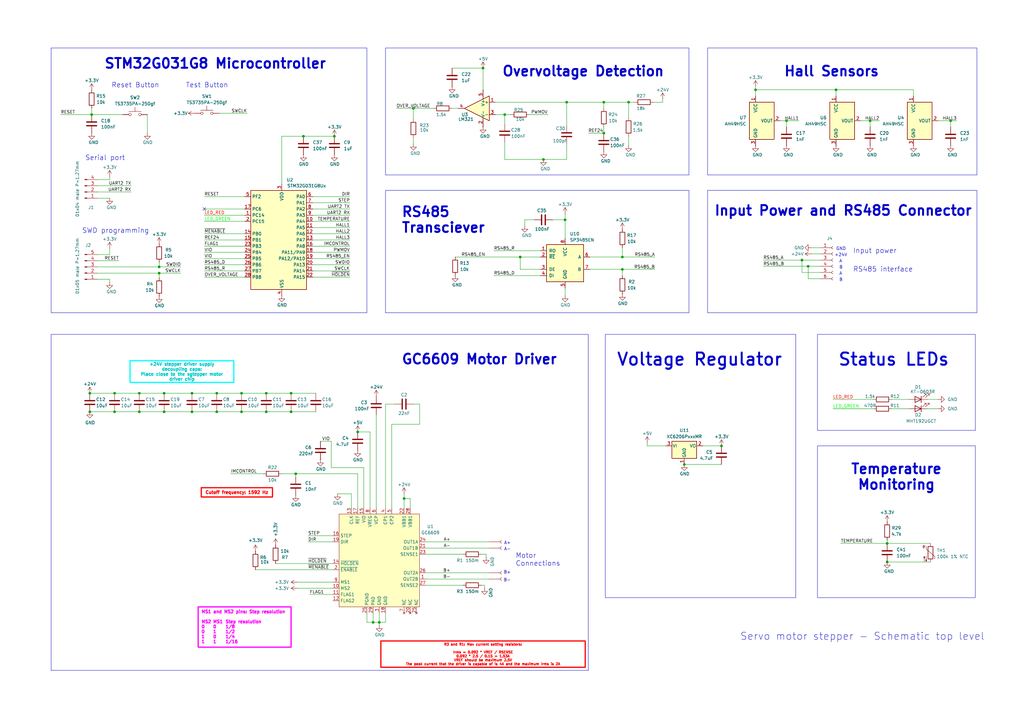
<source format=kicad_sch>
(kicad_sch (version 20231120) (generator "eeschema") (generator_version "8.0")
  (paper "A3")
  (title_block (title "Servo motor stepper M3 - Schematic top level") (date "2024-10-15") (rev "V11RC1"))
  (junction (at 165.735 204.47))
  (junction (at 57.15 161.29))
  (junction (at 37.592 46.99))
  (junction (at 119.38 168.91))
  (junction (at 46.99 161.29))
  (junction (at 389.89 49.53))
  (junction (at 213.36 105.41))
  (junction (at 65.278 112.014))
  (junction (at 169.545 44.45))
  (junction (at 124.46 55.88))
  (junction (at 65.278 109.474))
  (junction (at 67.31 161.29))
  (junction (at 247.65 41.91))
  (junction (at 255.27 110.49))
  (junction (at 46.99 168.91))
  (junction (at 67.31 168.91))
  (junction (at 232.41 41.91))
  (junction (at 137.16 55.88))
  (junction (at 198.12 27.94))
  (junction (at 363.855 230.505))
  (junction (at 99.06 168.91))
  (junction (at 295.91 182.88))
  (junction (at 109.22 161.29))
  (junction (at 119.38 161.29))
  (junction (at 78.74 161.29))
  (junction (at 36.83 168.91))
  (junction (at 99.06 161.29))
  (junction (at 121.285 194.31))
  (junction (at 309.88 36.83))
  (junction (at 322.58 49.53))
  (junction (at 222.885 65.405))
  (junction (at 57.15 168.91))
  (junction (at 257.81 41.91))
  (junction (at 363.855 222.885))
  (junction (at 342.9 36.83))
  (junction (at 247.65 54.61))
  (junction (at 231.775 90.17))
  (junction (at 155.575 255.27))
  (junction (at 331.47 109.22))
  (junction (at 255.27 105.41))
  (junction (at 36.83 161.29))
  (junction (at 146.685 177.165))
  (junction (at 88.9 168.91))
  (junction (at 109.22 168.91))
  (junction (at 88.9 161.29))
  (junction (at 78.74 168.91))
  (junction (at 328.93 106.68))
  (junction (at 153.035 255.27))
  (junction (at 356.87 49.53))
  (junction (at 207.01 46.99))
  (junction (at 280.67 190.5))
  (no_connect (at 83.82 85.725))
  (wire (pts (xy 172.085 165.735) (xy 169.545 165.735)))
  (wire (pts (xy 320.04 49.53) (xy 322.58 49.53)))
  (wire (pts (xy 271.78 41.91) (xy 267.97 41.91)))
  (wire (pts (xy 99.06 161.29) (xy 109.22 161.29)))
  (wire (pts (xy 186.69 105.41) (xy 213.36 105.41)))
  (wire (pts (xy 162.56 44.45) (xy 169.545 44.45)))
  (wire (pts (xy 380.365 163.83) (xy 384.81 163.83)))
  (wire (pts (xy 39.878 109.474) (xy 65.278 109.474)))
  (wire (pts (xy 332.74 104.14) (xy 336.55 104.14)))
  (wire (pts (xy 143.51 98.425) (xy 128.27 98.425)))
  (wire (pts (xy 143.51 106.045) (xy 128.27 106.045)))
  (wire (pts (xy 356.87 49.53) (xy 360.68 49.53)))
  (wire (pts (xy 143.51 90.805) (xy 128.27 90.805)))
  (wire (pts (xy 197.485 240.03) (xy 198.755 240.03)))
  (wire (pts (xy 83.82 108.585) (xy 100.33 108.585)))
  (wire (pts (xy 215.265 90.17) (xy 215.265 92.71)))
  (wire (pts (xy 165.735 204.47) (xy 165.735 208.28)))
  (wire (pts (xy 57.15 161.29) (xy 67.31 161.29)))
  (wire (pts (xy 37.592 46.99) (xy 50.292 46.99)))
  (wire (pts (xy 222.885 65.405) (xy 232.41 65.405)))
  (wire (pts (xy 143.51 80.645) (xy 128.27 80.645)))
  (wire (pts (xy 169.545 44.45) (xy 169.545 48.895)))
  (wire (pts (xy 143.51 103.505) (xy 128.27 103.505)))
  (wire (pts (xy 332.74 101.6) (xy 336.55 101.6)))
  (wire (pts (xy 39.878 78.74) (xy 53.848 78.74)))
  (wire (pts (xy 255.27 101.6) (xy 255.27 105.41)))
  (wire (pts (xy 255.27 105.41) (xy 268.605 105.41)))
  (wire (pts (xy 78.74 168.91) (xy 88.9 168.91)))
  (wire (pts (xy 169.545 44.45) (xy 177.8 44.45)))
  (wire (pts (xy 255.27 110.49) (xy 255.27 113.03)))
  (wire (pts (xy 144.145 208.28) (xy 144.145 202.565)))
  (wire (pts (xy 128.27 85.725) (xy 143.51 85.725)))
  (wire (pts (xy 39.878 104.394) (xy 44.958 104.394)))
  (wire (pts (xy 128.27 88.265) (xy 143.51 88.265)))
  (wire (pts (xy 143.51 95.885) (xy 128.27 95.885)))
  (wire (pts (xy 83.82 103.505) (xy 100.33 103.505)))
  (wire (pts (xy 374.65 39.37) (xy 374.65 36.83)))
  (wire (pts (xy 222.885 65.405) (xy 207.01 65.405)))
  (wire (pts (xy 174.625 240.03) (xy 189.865 240.03)))
  (wire (pts (xy 241.935 110.49) (xy 255.27 110.49)))
  (wire (pts (xy 113.03 231.14) (xy 136.525 231.14)))
  (wire (pts (xy 389.89 49.53) (xy 389.89 52.07)))
  (wire (pts (xy 143.51 83.185) (xy 128.27 83.185)))
  (wire (pts (xy 109.22 168.91) (xy 119.38 168.91)))
  (wire (pts (xy 143.51 100.965) (xy 128.27 100.965)))
  (wire (pts (xy 353.06 49.53) (xy 356.87 49.53)))
  (wire (pts (xy 365.76 163.83) (xy 372.745 163.83)))
  (wire (pts (xy 57.15 168.91) (xy 67.31 168.91)))
  (wire (pts (xy 207.01 46.99) (xy 207.01 50.8)))
  (wire (pts (xy 158.115 165.735) (xy 158.115 208.28)))
  (wire (pts (xy 174.625 237.49) (xy 200.66 237.49)))
  (wire (pts (xy 126.365 219.71) (xy 136.525 219.71)))
  (wire (pts (xy 257.81 55.88) (xy 257.81 59.69)))
  (wire (pts (xy 213.36 105.41) (xy 221.615 105.41)))
  (wire (pts (xy 127 243.84) (xy 136.525 243.84)))
  (wire (pts (xy 363.855 222.885) (xy 381.635 222.885)))
  (wire (pts (xy 257.81 41.91) (xy 257.81 48.26)))
  (wire (pts (xy 380.365 167.64) (xy 384.81 167.64)))
  (wire (pts (xy 165.735 202.565) (xy 165.735 204.47)))
  (wire (pts (xy 161.925 165.735) (xy 158.115 165.735)))
  (wire (pts (xy 331.47 109.22) (xy 331.47 114.3)))
  (wire (pts (xy 313.055 109.22) (xy 331.47 109.22)))
  (wire (pts (xy 313.055 106.68) (xy 328.93 106.68)))
  (wire (pts (xy 202.565 102.87) (xy 221.615 102.87)))
  (wire (pts (xy 149.225 208.28) (xy 149.225 191.77)))
  (wire (pts (xy 121.92 241.3) (xy 136.525 241.3)))
  (wire (pts (xy 328.93 111.76) (xy 336.55 111.76)))
  (wire (pts (xy 207.01 58.42) (xy 207.01 65.405)))
  (wire (pts (xy 121.285 194.31) (xy 121.285 195.58)))
  (wire (pts (xy 231.775 90.17) (xy 231.775 97.79)))
  (wire (pts (xy 168.275 204.47) (xy 165.735 204.47)))
  (wire (pts (xy 126.365 222.25) (xy 136.525 222.25)))
  (wire (pts (xy 160.655 173.99) (xy 172.085 173.99)))
  (wire (pts (xy 154.305 170.18) (xy 154.305 208.28)))
  (wire (pts (xy 174.625 224.79) (xy 200.66 224.79)))
  (wire (pts (xy 39.878 73.66) (xy 44.958 73.66)))
  (wire (pts (xy 115.57 194.31) (xy 121.285 194.31)))
  (wire (pts (xy 143.51 108.585) (xy 128.27 108.585)))
  (wire (pts (xy 363.855 230.505) (xy 381.635 230.505)))
  (wire (pts (xy 39.878 81.28) (xy 44.958 81.28)))
  (wire (pts (xy 36.83 161.29) (xy 46.99 161.29)))
  (wire (pts (xy 328.93 106.68) (xy 328.93 111.76)))
  (wire (pts (xy 265.43 181.61) (xy 265.43 182.88)))
  (wire (pts (xy 199.39 227.33) (xy 199.39 228.6)))
  (wire (pts (xy 213.36 110.49) (xy 221.615 110.49)))
  (wire (pts (xy 83.82 100.965) (xy 100.33 100.965)))
  (wire (pts (xy 231.775 87.63) (xy 231.775 90.17)))
  (wire (pts (xy 143.51 93.345) (xy 128.27 93.345)))
  (wire (pts (xy 144.145 202.565) (xy 138.43 202.565)))
  (wire (pts (xy 65.278 107.569) (xy 65.278 109.474)))
  (wire (pts (xy 198.755 240.03) (xy 198.755 241.3)))
  (wire (pts (xy 203.2 41.91) (xy 232.41 41.91)))
  (wire (pts (xy 37.592 44.45) (xy 37.592 46.99)))
  (wire (pts (xy 389.89 49.53) (xy 392.43 49.53)))
  (wire (pts (xy 174.625 222.25) (xy 200.66 222.25)))
  (wire (pts (xy 265.43 182.88) (xy 273.05 182.88)))
  (wire (pts (xy 363.855 221.615) (xy 363.855 222.885)))
  (wire (pts (xy 232.41 51.435) (xy 232.41 41.91)))
  (wire (pts (xy 169.545 56.515) (xy 169.545 59.055)))
  (wire (pts (xy 44.958 114.554) (xy 44.958 115.824)))
  (wire (pts (xy 83.82 106.045) (xy 100.33 106.045)))
  (wire (pts (xy 65.278 112.014) (xy 74.168 112.014)))
  (wire (pts (xy 257.81 41.91) (xy 260.35 41.91)))
  (wire (pts (xy 150.495 251.46) (xy 150.495 255.27)))
  (wire (pts (xy 226.695 90.17) (xy 231.775 90.17)))
  (wire (pts (xy 217.17 46.99) (xy 224.79 46.99)))
  (wire (pts (xy 168.275 208.28) (xy 168.275 204.47)))
  (wire (pts (xy 158.115 251.46) (xy 158.115 255.27)))
  (wire (pts (xy 88.9 161.29) (xy 99.06 161.29)))
  (wire (pts (xy 39.878 106.934) (xy 48.768 106.934)))
  (wire (pts (xy 203.2 46.99) (xy 207.01 46.99)))
  (wire (pts (xy 231.775 121.285) (xy 231.775 118.11)))
  (wire (pts (xy 83.82 90.805) (xy 100.33 90.805)))
  (wire (pts (xy 155.575 251.46) (xy 155.575 255.27)))
  (wire (pts (xy 328.93 106.68) (xy 336.55 106.68)))
  (wire (pts (xy 322.58 49.53) (xy 322.58 52.07)))
  (wire (pts (xy 174.625 227.33) (xy 189.865 227.33)))
  (wire (pts (xy 60.452 46.99) (xy 60.452 54.61)))
  (wire (pts (xy 83.82 95.885) (xy 100.33 95.885)))
  (wire (pts (xy 39.878 112.014) (xy 65.278 112.014)))
  (wire (pts (xy 153.035 255.27) (xy 155.575 255.27)))
  (wire (pts (xy 94.615 194.31) (xy 107.95 194.31)))
  (wire (pts (xy 83.82 113.665) (xy 100.33 113.665)))
  (wire (pts (xy 174.625 234.95) (xy 200.66 234.95)))
  (wire (pts (xy 219.075 90.17) (xy 215.265 90.17)))
  (wire (pts (xy 24.892 46.99) (xy 37.592 46.99)))
  (wire (pts (xy 99.06 168.91) (xy 109.22 168.91)))
  (wire (pts (xy 344.805 222.885) (xy 363.855 222.885)))
  (wire (pts (xy 155.575 255.27) (xy 155.575 256.54)))
  (wire (pts (xy 78.74 161.29) (xy 88.9 161.29)))
  (wire (pts (xy 232.41 65.405) (xy 232.41 59.055)))
  (wire (pts (xy 83.82 98.425) (xy 100.33 98.425)))
  (wire (pts (xy 65.278 113.919) (xy 65.278 112.014)))
  (wire (pts (xy 88.9 168.91) (xy 99.06 168.91)))
  (wire (pts (xy 342.9 39.37) (xy 342.9 36.83)))
  (wire (pts (xy 207.01 46.99) (xy 209.55 46.99)))
  (wire (pts (xy 374.65 36.83) (xy 342.9 36.83)))
  (wire (pts (xy 331.47 114.3) (xy 336.55 114.3)))
  (wire (pts (xy 44.958 104.394) (xy 44.958 101.854)))
  (wire (pts (xy 255.27 110.49) (xy 268.605 110.49)))
  (wire (pts (xy 115.57 75.565) (xy 115.57 55.88)))
  (wire (pts (xy 119.38 161.29) (xy 129.54 161.29)))
  (wire (pts (xy 213.36 105.41) (xy 213.36 110.49)))
  (wire (pts (xy 322.58 49.53) (xy 327.66 49.53)))
  (wire (pts (xy 39.878 76.2) (xy 53.848 76.2)))
  (wire (pts (xy 172.085 173.99) (xy 172.085 165.735)))
  (wire (pts (xy 65.278 109.474) (xy 74.168 109.474)))
  (wire (pts (xy 151.765 177.165) (xy 151.765 208.28)))
  (wire (pts (xy 185.42 44.45) (xy 187.96 44.45)))
  (wire (pts (xy 185.42 27.94) (xy 198.12 27.94)))
  (wire (pts (xy 150.495 255.27) (xy 153.035 255.27)))
  (wire (pts (xy 83.82 88.265) (xy 100.33 88.265)))
  (wire (pts (xy 158.115 255.27) (xy 155.575 255.27)))
  (wire (pts (xy 124.46 55.88) (xy 137.16 55.88)))
  (wire (pts (xy 104.775 233.68) (xy 136.525 233.68)))
  (wire (pts (xy 67.31 168.91) (xy 78.74 168.91)))
  (wire (pts (xy 89.916 46.482) (xy 101.346 46.482)))
  (wire (pts (xy 160.655 208.28) (xy 160.655 173.99)))
  (wire (pts (xy 46.99 168.91) (xy 57.15 168.91)))
  (wire (pts (xy 309.88 35.56) (xy 309.88 36.83)))
  (wire (pts (xy 271.78 40.64) (xy 271.78 41.91)))
  (wire (pts (xy 36.83 168.91) (xy 46.99 168.91)))
  (wire (pts (xy 39.878 114.554) (xy 44.958 114.554)))
  (wire (pts (xy 331.47 109.22) (xy 336.55 109.22)))
  (wire (pts (xy 135.89 191.77) (xy 149.225 191.77)))
  (wire (pts (xy 341.63 167.64) (xy 358.14 167.64)))
  (wire (pts (xy 44.958 73.66) (xy 44.958 72.39)))
  (wire (pts (xy 247.65 41.91) (xy 257.81 41.91)))
  (wire (pts (xy 241.935 105.41) (xy 255.27 105.41)))
  (wire (pts (xy 121.285 194.31) (xy 146.685 194.31)))
  (wire (pts (xy 288.29 182.88) (xy 295.91 182.88)))
  (wire (pts (xy 146.685 177.165) (xy 151.765 177.165)))
  (wire (pts (xy 146.685 208.28) (xy 146.685 194.31)))
  (wire (pts (xy 83.82 85.725) (xy 100.33 85.725)))
  (wire (pts (xy 109.22 161.29) (xy 119.38 161.29)))
  (wire (pts (xy 247.65 41.91) (xy 247.65 44.45)))
  (wire (pts (xy 197.485 227.33) (xy 199.39 227.33)))
  (wire (pts (xy 119.38 168.91) (xy 129.54 168.91)))
  (wire (pts (xy 198.12 27.94) (xy 198.12 36.83)))
  (wire (pts (xy 131.445 180.975) (xy 135.89 180.975)))
  (wire (pts (xy 247.65 52.07) (xy 247.65 54.61)))
  (wire (pts (xy 342.9 36.83) (xy 309.88 36.83)))
  (wire (pts (xy 309.88 36.83) (xy 309.88 39.37)))
  (wire (pts (xy 384.81 49.53) (xy 389.89 49.53)))
  (wire (pts (xy 143.51 113.665) (xy 128.27 113.665)))
  (wire (pts (xy 83.82 111.125) (xy 100.33 111.125)))
  (wire (pts (xy 356.87 49.53) (xy 356.87 52.07)))
  (wire (pts (xy 280.67 190.5) (xy 295.91 190.5)))
  (wire (pts (xy 241.3 54.61) (xy 247.65 54.61)))
  (wire (pts (xy 365.76 167.64) (xy 372.745 167.64)))
  (wire (pts (xy 83.82 80.645) (xy 100.33 80.645)))
  (wire (pts (xy 115.57 55.88) (xy 124.46 55.88)))
  (wire (pts (xy 136.525 238.76) (xy 121.92 238.76)))
  (wire (pts (xy 46.99 161.29) (xy 57.15 161.29)))
  (wire (pts (xy 153.035 251.46) (xy 153.035 255.27)))
  (wire (pts (xy 341.63 163.83) (xy 358.14 163.83)))
  (wire (pts (xy 232.41 41.91) (xy 247.65 41.91)))
  (wire (pts (xy 202.565 113.03) (xy 221.615 113.03)))
  (wire (pts (xy 135.89 191.77) (xy 135.89 180.975)))
  (wire (pts (xy 67.31 161.29) (xy 78.74 161.29)))
  (wire (pts (xy 143.51 111.125) (xy 128.27 111.125)))
  (rectangle (start 248.285 137.16) (end 326.39 245.11))
  (rectangle (start 335.28 137.16) (end 400.05 176.53))
  (rectangle (start 20.955 137.16) (end 241.3 274.955))
  (rectangle (start 158.115 19.685) (end 282.575 71.755))
  (rectangle (start 290.195 19.685) (end 400.685 71.755))
  (rectangle (start 20.955 19.685) (end 150.495 128.27))
  (rectangle (start 158.115 78.105) (end 282.575 128.27))
  (rectangle (start 335.28 182.88) (end 400.05 245.11))
  (rectangle (start 290.195 78.105) (end 400.685 128.27))
  (text_box "Cutoff frequency: 1592 Hz\n" (at 82.55 200.025 0) (size 29.21 3.81) (stroke (width 0.5) (color 255 0 0 1)) (effects (font (size 1.27 1.27) (thickness 0.4) (bold yes))))
  (text_box "+24V stepper driver supply \ndecoupling caps:\nPlace close to the sgtepper motor driver chip" (at 53.34 147.955 0) (size 42.545 8.89) (stroke (width 0.5) (color 0 255 255 1)) (effects (font (size 1.27 1.27) (thickness 0.4) (bold yes))))
  (text_box "MS1 and MS2 pins: Step resolution\n\nMS2	MS1	Step resolution\n0	0	1/8\n0	1	1/2\n1	0	1/4\n1	1	1/16\n" (at 81.28 248.92 0) (size 38.1 16.51) (stroke (width 0.5) (color 255 0 255 1)) (effects (font (size 1.27 1.27) (thickness 0.4) (bold yes)) (justify left top)))
  (text_box "${94df9340-9001-4abf-849e-0a57a0ae12d6:REFERENCE} and ${c2765680-53cb-47ff-a513-50fbdfe64cd0:REFERENCE}: Max current setting resistors:\n\nIrms = 0.092 * VREF / RSENSE\n0.092 * 2.5 / 0.15 = 1.53A\nVREF should be maximum 2.5V\nThe peak current that the driver is capable of is 4A and the maximum Irms is 2A" (at 156.21 262.89 0) (size 83.82 10.795) (stroke (width 0.5) (color 255 0 0 1)) (effects (font (size 1 1) (thickness 0.4) (bold yes))))
  (text "Reset Button" (at 45.72 36.195 0) (effects (font (size 2 2)) (justify left bottom)))
  (text "Test Button" (at 76.2 36.195 0) (effects (font (size 2 2)) (justify left bottom)))
  (text "B" (at 344.17 115.57 0) (effects (font (size 1.27 1.27)) (justify left bottom)))
  (text "+24V" (at 342.265 105.41 0) (effects (font (size 1.27 1.27)) (justify left bottom)))
  (text "SWD programming" (at 33.655 95.885 0) (effects (font (size 2 2)) (justify left bottom)))
  (text "Serial port" (at 34.925 66.04 0) (effects (font (size 2 2)) (justify left bottom)))
  (text "GND" (at 342.9 102.87 0) (effects (font (size 1.27 1.27)) (justify left bottom)))
  (text "RS485\nTransciever" (at 164.465 95.885 0) (effects (font (size 4 4) (thickness 0.8) (bold yes)) (justify left bottom)))
  (text "Input power" (at 349.885 104.14 0) (effects (font (size 2 2)) (justify left bottom)))
  (text "B" (at 344.17 110.49 0) (effects (font (size 1.27 1.27)) (justify left bottom)))
  (text "A+" (at 209.55 223.52 0) (effects (font (size 1.27 1.27)) (justify right bottom)))
  (text "Status LEDs" (at 343.535 150.495 0) (effects (font (size 5 5) (thickness 0.8) (bold yes)) (justify left bottom)))
  (text "Overvoltage Detection" (at 205.74 31.75 0) (effects (font (size 4 4) (thickness 0.8) (bold yes)) (justify left bottom)))
  (text "Voltage Regulator" (at 252.73 150.495 0) (effects (font (size 5 5) (thickness 0.8) (bold yes)) (justify left bottom)))
  (text "A" (at 344.17 107.95 0) (effects (font (size 1.27 1.27)) (justify left bottom)))
  (text "Input Power and RS485 Connector" (at 292.735 88.9 0) (effects (font (size 4 4) (thickness 0.8) (bold yes)) (justify left bottom)))
  (text "A" (at 344.17 113.03 0) (effects (font (size 1.27 1.27)) (justify left bottom)))
  (text "RS485 interface" (at 349.885 111.76 0) (effects (font (size 2 2)) (justify left bottom)))
  (text "Temperature\nMonitoring" (at 367.665 201.295 0) (effects (font (size 4 4) (thickness 0.8) (bold yes)) (justify bottom)))
  (text "B+" (at 209.55 235.585 0) (effects (font (size 1.27 1.27)) (justify right bottom)))
  (text "Servo motor stepper - Schematic top level" (at 303.53 262.89 0) (effects (font (size 3 3)) (justify left bottom)))
  (text "STM32G031G8 Microcontroller" (at 42.545 28.575 0) (effects (font (size 4 4) (thickness 0.8) (bold yes)) (justify left bottom)))
  (text "A-" (at 209.55 226.06 0) (effects (font (size 1.27 1.27)) (justify right bottom)))
  (text "B-" (at 209.55 238.76 0) (effects (font (size 1.27 1.27)) (justify right bottom)))
  (text "GC6609 Motor Driver" (at 164.465 149.86 0) (effects (font (size 4 4) (thickness 0.8) (bold yes)) (justify left bottom)))
  (text "Hall Sensors" (at 321.31 31.75 0) (effects (font (size 4 4) (thickness 0.8) (bold yes)) (justify left bottom)))
  (text "Motor\nConnections" (at 211.455 232.41 0) (effects (font (size 2 2)) (justify left bottom)))
  (label "DIR" (at 126.365 222.25 0))
  (label "RESET" (at 48.768 106.934 180))
  (label "A+" (at 184.785 222.25 180))
  (label "RS485_EN" (at 143.51 106.045 180))
  (label "~{MENABLE}" (at 83.82 95.885 0))
  (label "SWCLK" (at 74.168 112.014 180))
  (label "OVER_VOLTAGE" (at 83.82 113.665 0))
  (label "HALL2" (at 360.68 49.53 180))
  (label "B+" (at 184.785 234.95 180))
  (label "REF24" (at 241.3 54.61 0))
  (label "RS485_R" (at 202.565 102.87 0))
  (label "RS485_EN" (at 189.23 105.41 0))
  (label "DIR" (at 143.51 80.645 180))
  (label "VIO" (at 83.82 106.045 0))
  (label "B-" (at 184.785 237.49 180))
  (label "LED_GREEN" (at 83.82 90.805 0))
  (label "~{MENABLE}" (at 126.365 233.68 0))
  (label "RS485_B" (at 313.055 109.22 0))
  (label "VIO" (at 83.82 103.505 0))
  (label "SWCLK" (at 143.51 111.125 180))
  (label "STEP" (at 126.365 219.71 0))
  (label "RS485_A" (at 313.055 106.68 0))
  (label "PWMOV" (at 217.805 46.99 0))
  (label "UART2 RX" (at 53.848 78.74 180))
  (label "RESET" (at 24.892 46.99 0))
  (label "PWMOV" (at 143.51 103.505 180))
  (label "RS485_A" (at 268.605 105.41 180))
  (label "HALL2" (at 143.51 95.885 180))
  (label "~{HOLDEN}" (at 135.89 113.665 0))
  (label "LED_RED" (at 83.82 88.265 0))
  (label "RESET" (at 83.82 80.645 0))
  (label "OVER_VOLTAGE" (at 162.56 44.45 0))
  (label "RS485_D" (at 202.565 113.03 0))
  (label "HALL3" (at 143.51 98.425 180))
  (label "LED_RED" (at 341.63 163.83 0))
  (label "LED_GREEN" (at 341.63 167.64 0))
  (label "SWCLK" (at 101.346 46.482 180))
  (label "REF24" (at 83.82 98.425 0))
  (label "IMCONTROL" (at 143.51 100.965 180))
  (label "RS485_R" (at 83.82 111.125 0))
  (label "UART2 TX" (at 143.51 85.725 180))
  (label "~{HOLDEN}" (at 126.365 231.14 0))
  (label "FLAG1" (at 83.82 100.965 0))
  (label "SWDIO" (at 74.168 109.474 180))
  (label "UART2 TX" (at 53.848 76.2 180))
  (label "HALL1" (at 143.51 93.345 180))
  (label "TEMPERATURE" (at 344.805 222.885 0))
  (label "RS485_B" (at 268.605 110.49 180))
  (label "HALL3" (at 392.43 49.53 180))
  (label "UART2 RX" (at 143.51 88.265 180))
  (label "VIO" (at 132.08 180.975 0))
  (label "TEMPERATURE" (at 143.51 90.805 180))
  (label "FLAG1" (at 127 243.84 0))
  (label "IMCONTROL" (at 94.615 194.31 0))
  (label "SWDIO" (at 143.51 108.585 180))
  (label "HALL1" (at 327.66 49.53 180))
  (label "STEP" (at 143.51 83.185 180))
  (label "A-" (at 184.785 224.79 180))
  (label "RS485_D" (at 83.82 108.585 0))
  (symbol (lib_id "power:GND") (at 363.855 230.505 0) (unit 1)
    (property "Reference" "#PWR071" (effects (hide yes)))
    (property "Value" "GND" (at 362.585 234.315 0) (effects (justify left)))
  )
  (symbol (lib_id "power:+3.3V") (at 309.88 35.56 0) (unit 1)
    (property "Reference" "#PWR028" (effects (hide yes)))
    (property "Value" "+3.3V" (at 309.88 31.75 0))
  )
  (symbol (lib_id "power:+3.3V") (at 231.775 87.63 0) (unit 1)
    (property "Reference" "#PWR033" (effects (hide yes)))
    (property "Value" "+3.3V" (at 231.775 83.82 0))
  )
  (symbol (lib_id "power:GND") (at 356.87 59.69 0) (unit 1)
    (property "Reference" "#PWR0105" (effects (hide yes)))
    (property "Value" "GND" (at 355.6 63.5 0) (effects (justify left)))
  )
  (symbol (lib_id "Device:C") (at 37.592 50.8 0) (unit 1)
    (property "Reference" "C18" (at 41.402 49.5299 0) (effects (justify left)))
    (property "Value" "100nF" (at 41.402 52.0699 0) (effects (justify left)))
    (property "Footprint" "Capacitor_SMD:C_0402_1005Metric" (effects (hide yes)))
    (property "LCSC" "C307331" (effects (hide yes)))
  )
  (symbol (lib_id "Device:LED") (at 376.555 163.83 180) (unit 1)
    (property "Reference" "D1" (at 376.555 158.75 0))
    (property "Value" "KT-0603R" (at 378.46 160.655 0))
    (property "Footprint" "LED_SMD:LED_0603_1608Metric" (effects (hide yes)))
    (property "Description" "Light emitting diode" (effects (hide yes)))
    (property "LCSC" "C2286" (effects (hide yes)))
  )
  (symbol (lib_id "power:+3.3V") (at 137.16 55.88 0) (unit 1)
    (property "Reference" "#PWR07" (effects (hide yes)))
    (property "Value" "+3.3V" (at 137.16 52.07 0))
  )
  (symbol (lib_id "power:+3.3V") (at 295.91 182.88 0) (unit 1)
    (property "Reference" "#PWR060" (effects (hide yes)))
    (property "Value" "+3.3V" (at 295.91 179.07 0))
  )
  (symbol (lib_id "Sensor_Magnetic:A1101ELHL") (at 312.42 49.53 0) (unit 1) (exclude_from_sim yes)
    (property "Reference" "U7" (at 306.07 48.2599 0) (effects (justify right)))
    (property "Value" "AH49HSC" (at 306.07 50.7999 0) (effects (justify right)))
    (property "Footprint" "Package_TO_SOT_SMD:SOT-23" (effects (hide yes)))
    (property "LCSC" "C510723" (effects (hide yes)))
  )
  (symbol (lib_id "Device:C") (at 99.06 165.1 0) (unit 1)
    (property "Reference" "C10" (at 101.6 163.83 0) (effects (justify left)))
    (property "Value" "10uF" (at 101.6 166.37 0) (effects (justify left)))
    (property "Footprint" "Capacitor_SMD:C_0603_1608Metric" (effects (hide yes)))
    (property "LCSC" "C194427" (effects (hide yes)))
  )
  (symbol (lib_id "Amplifier_Operational:LM321") (at 195.58 44.45 0) (mirror y) (unit 1) (exclude_from_sim yes)
    (property "Reference" "U3" (at 189.23 46.99 0) (effects (justify right)))
    (property "Value" "LM321" (at 187.96 48.895 0) (effects (justify right)))
    (property "Footprint" "Package_TO_SOT_SMD:SOT-23-5" (effects (hide yes)))
    (property "Datasheet" "https://www.lcsc.com/datasheet/lcsc_datasheet_2401051805_HANSCHIP-semiconductor-LM321MF_C19723728.pdf" (effects (hide yes)))
    (property "LCSC" "C19723728" (effects (hide yes)))
  )
  (symbol (lib_id "power:GND") (at 322.58 59.69 0) (unit 1)
    (property "Reference" "#PWR0110" (effects (hide yes)))
    (property "Value" "GND" (at 321.31 63.5 0) (effects (justify left)))
  )
  (symbol (lib_id "power:GND") (at 309.88 59.69 0) (unit 1)
    (property "Reference" "#PWR0108" (effects (hide yes)))
    (property "Value" "GND" (at 308.61 63.5 0) (effects (justify left)))
  )
  (symbol (lib_id "power:GND") (at 384.81 163.83 90) (unit 1)
    (property "Reference" "#PWR030" (effects (hide yes)))
    (property "Value" "GND" (at 388.62 163.8299 90) (effects (justify right)))
  )
  (symbol (lib_id "Device:R") (at 111.76 194.31 90) (unit 1)
    (property "Reference" "R22" (at 111.76 191.77 90))
    (property "Value" "10k" (at 111.76 196.85 90))
    (property "Footprint" "Resistor_SMD:R_0402_1005Metric" (effects (hide yes)))
    (property "LCSC" "C25744" (effects (hide yes)))
  )
  (symbol (lib_id "Sensor_Magnetic:A1101ELHL") (at 377.19 49.53 0) (unit 1) (exclude_from_sim yes)
    (property "Reference" "U4" (at 370.84 48.2599 0) (effects (justify right)))
    (property "Value" "AH49HSC" (at 370.84 50.7999 0) (effects (justify right)))
    (property "Footprint" "Package_TO_SOT_SMD:SOT-23" (effects (hide yes)))
    (property "LCSC" "C510723" (effects (hide yes)))
  )
  (symbol (lib_id "power:GND") (at 121.285 203.2 0) (unit 1)
    (property "Reference" "#PWR038" (effects (hide yes)))
    (property "Value" "GND" (at 119.38 207.01 0) (effects (justify left)))
  )
  (symbol (lib_id "power:+3.3V") (at 37.592 36.83 0) (unit 1)
    (property "Reference" "#PWR035" (effects (hide yes)))
    (property "Value" "+3.3V" (at 37.592 33.02 0))
  )
  (symbol (lib_id "Device:C") (at 119.38 165.1 0) (unit 1)
    (property "Reference" "C13" (at 121.92 163.83 0) (effects (justify left)))
    (property "Value" "10uF" (at 121.92 166.37 0) (effects (justify left)))
    (property "Footprint" "Capacitor_SMD:C_0603_1608Metric" (effects (hide yes)))
    (property "LCSC" "C194427" (effects (hide yes)))
  )
  (symbol (lib_id "power:GND") (at 255.27 120.65 0) (unit 1)
    (property "Reference" "#PWR018" (effects (hide yes)))
    (property "Value" "GND" (at 253.365 124.46 0) (effects (justify left)))
  )
  (symbol (lib_id "power:GND") (at 65.278 121.539 0) (unit 1)
    (property "Reference" "#PWR09" (effects (hide yes)))
    (property "Value" "GND" (at 63.373 125.349 0) (effects (justify left)))
  )
  (symbol (lib_id "Device:R") (at 181.61 44.45 90) (unit 1)
    (property "Reference" "R8" (at 180.34 42.545 90))
    (property "Value" "1.5k" (at 180.975 46.99 90))
    (property "Footprint" "Resistor_SMD:R_0402_1005Metric" (effects (hide yes)))
    (property "LCSC" "C25867" (effects (hide yes)))
  )
  (symbol (lib_id "power:GND") (at 222.885 65.405 0) (unit 1)
    (property "Reference" "#PWR058" (effects (hide yes)))
    (property "Value" "GND" (at 221.615 69.215 0) (effects (justify left)))
  )
  (symbol (lib_id "power:+3.3V") (at 121.92 241.3 90) (unit 1)
    (property "Reference" "#PWR043" (effects (hide yes)))
    (property "Value" "+3.3V" (at 115.57 241.3 90))
  )
  (symbol (lib_id "Device:R") (at 113.03 227.33 0) (unit 1)
    (property "Reference" "R7" (at 116.84 228.6 0))
    (property "Value" "10k" (at 116.84 226.06 0))
    (property "Footprint" "Resistor_SMD:R_0402_1005Metric" (effects (hide yes)))
    (property "LCSC" "C25744" (effects (hide yes)))
  )
  (symbol (lib_id "power:GND") (at 185.42 35.56 0) (unit 1)
    (property "Reference" "#PWR044" (effects (hide yes)))
    (property "Value" "GND" (at 184.15 39.37 0) (effects (justify left)))
  )
  (symbol (lib_id "Device:R") (at 255.27 116.84 180) (unit 1)
    (property "Reference" "R2" (at 259.08 115.57 0))
    (property "Value" "10k" (at 259.08 118.11 0))
    (property "Footprint" "Resistor_SMD:R_0402_1005Metric" (effects (hide yes)))
    (property "LCSC" "C25744" (effects (hide yes)))
  )
  (symbol (lib_id "power:GND") (at 44.958 115.824 0) (unit 1)
    (property "Reference" "#PWR05" (effects (hide yes)))
    (property "Value" "GND" (at 43.688 119.634 0) (effects (justify left)))
  )
  (symbol (lib_id "Device:C") (at 185.42 31.75 0) (unit 1)
    (property "Reference" "C22" (at 189.23 30.4799 0) (effects (justify left)))
    (property "Value" "1uF" (at 189.23 33.0199 0) (effects (justify left)))
    (property "Footprint" "Capacitor_SMD:C_0402_1005Metric" (effects (hide yes)))
    (property "LCSC" "C52923" (effects (hide yes)))
  )
  (symbol (lib_id "power:GND") (at 169.545 59.055 0) (unit 1)
    (property "Reference" "#PWR049" (effects (hide yes)))
    (property "Value" "GND" (at 168.275 62.865 0) (effects (justify left)))
  )
  (symbol (lib_id "power:GND") (at 115.57 121.285 0) (unit 1)
    (property "Reference" "#PWR029" (effects (hide yes)))
    (property "Value" "GND" (at 113.665 125.095 0) (effects (justify left)))
  )
  (symbol (lib_id "Device:R") (at 169.545 52.705 180) (unit 1)
    (property "Reference" "R23" (at 173.99 51.435 0))
    (property "Value" "10k" (at 173.99 53.34 0))
    (property "Footprint" "Resistor_SMD:R_0402_1005Metric" (effects (hide yes)))
    (property "LCSC" "C25744" (effects (hide yes)))
  )
  (symbol (lib_id "power:GND") (at 137.16 63.5 0) (unit 1)
    (property "Reference" "#PWR021" (effects (hide yes)))
    (property "Value" "GND" (at 135.255 67.31 0) (effects (justify left)))
  )
  (symbol (lib_id "Device:C") (at 295.91 186.69 0) (unit 1)
    (property "Reference" "C5" (at 289.56 185.42 0) (effects (justify left)))
    (property "Value" "4.7uF" (at 287.02 187.96 0) (effects (justify left)))
    (property "Footprint" "Capacitor_SMD:C_0402_1005Metric" (effects (hide yes)))
    (property "LCSC" "C23733" (effects (hide yes)))
  )
  (symbol (lib_id "power:+3.3V") (at 121.92 238.76 90) (unit 1)
    (property "Reference" "#PWR045" (effects (hide yes)))
    (property "Value" "+3.3V" (at 115.57 238.76 90))
  )
  (symbol (lib_id "Device:R") (at 361.95 167.64 90) (unit 1)
    (property "Reference" "R11" (at 367.03 166.37 90))
    (property "Value" "470R" (at 356.87 166.37 90))
    (property "Footprint" "Resistor_SMD:R_0402_1005Metric" (effects (hide yes)))
    (property "LCSC" "C25117" (effects (hide yes)))
  )
  (symbol (lib_id "power:GND") (at 37.592 54.61 0) (unit 1)
    (property "Reference" "#PWR036" (effects (hide yes)))
    (property "Value" "GND" (at 36.322 58.42 0) (effects (justify left)))
  )
  (symbol (lib_id "Device:C") (at 131.445 184.785 0) (unit 1)
    (property "Reference" "C6" (at 125.095 183.515 0) (effects (justify left)))
    (property "Value" "220nF" (at 122.555 186.055 0) (effects (justify left)))
    (property "Footprint" "Capacitor_SMD:C_0402_1005Metric" (effects (hide yes)))
    (property "LCSC" "C16772" (effects (hide yes)))
  )
  (symbol (lib_id "power:GND") (at 60.452 54.61 0) (unit 1)
    (property "Reference" "#PWR039" (effects (hide yes)))
    (property "Value" "GND" (at 58.547 58.42 0) (effects (justify left)))
  )
  (symbol (lib_id "MCU_ST_STM32G0:STM32G031G8Ux") (at 113.03 98.425 0) (unit 1)
    (property "Reference" "U2" (at 117.5101 73.787 0) (effects (justify left)))
    (property "Value" "STM32G031G8Ux" (at 117.7641 76.2 0) (effects (justify left)))
    (property "Footprint" "Package_DFN_QFN:QFN-28_4x4mm_P0.5mm" (effects (hide yes)))
    (property "Datasheet" "https://www.st.com/resource/en/datasheet/stm32g031g8.pdf" (effects (hide yes)))
    (property "Description" "STMicroelectronics Arm Cortex-M0+ MCU, 64KB flash, 8KB RAM, 64 MHz, 1.7-3.6V, 26 GPIO, UFQFPN28" (effects (hide yes)))
    (property "LCSC" "C432211" (effects (hide yes)))
  )
  (symbol (lib_id "power:GND") (at 124.46 63.5 0) (unit 1)
    (property "Reference" "#PWR027" (effects (hide yes)))
    (property "Value" "GND" (at 122.555 67.31 0) (effects (justify left)))
  )
  (symbol (lib_name "Conn_01x01_Socket_2") (lib_id "Connector:Conn_01x01_Socket") (at 205.74 237.49 0) (unit 1) (in_bom no)
    (property "Reference" "J8" (effects (hide yes)))
    (property "Value" "Conn_01x01_Socket" (effects (hide yes)))
    (property "Footprint" "servo_motor:Pad_3mm_TopOnly" (effects (hide yes)))
  )
  (symbol (lib_id "Device:C") (at 36.83 165.1 0) (unit 1)
    (property "Reference" "C12" (at 39.37 163.83 0) (effects (justify left)))
    (property "Value" "10uF" (at 39.37 166.37 0) (effects (justify left)))
    (property "Footprint" "Capacitor_SMD:C_0603_1608Metric" (effects (hide yes)))
    (property "LCSC" "C194427" (effects (hide yes)))
  )
  (symbol (lib_id "Device:C") (at 154.305 166.37 0) (unit 1)
    (property "Reference" "C3" (at 147.955 165.1 0) (effects (justify left)))
    (property "Value" "100nF" (at 145.415 167.64 0) (effects (justify left)))
    (property "Footprint" "Capacitor_SMD:C_0402_1005Metric" (effects (hide yes)))
    (property "LCSC" "C307331" (effects (hide yes)))
  )
  (symbol (lib_id "power:GND") (at 36.83 168.91 0) (unit 1)
    (property "Reference" "#PWR032" (effects (hide yes)))
    (property "Value" "GND" (at 34.925 173.355 0) (effects (justify left)))
  )
  (symbol (lib_id "Device:C") (at 247.65 58.42 0) (unit 1)
    (property "Reference" "C36" (at 250.19 57.15 0) (effects (justify left)))
    (property "Value" "100nF" (at 250.19 59.69 0) (effects (justify left)))
    (property "Footprint" "Capacitor_SMD:C_0402_1005Metric" (effects (hide yes)))
    (property "LCSC" "C307331" (effects (hide yes)))
  )
  (symbol (lib_id "Device:R") (at 104.775 229.87 180) (unit 1)
    (property "Reference" "R6" (at 107.95 228.6 0))
    (property "Value" "10k" (at 108.585 230.505 0))
    (property "Footprint" "Resistor_SMD:R_0402_1005Metric" (effects (hide yes)))
    (property "LCSC" "C25744" (effects (hide yes)))
  )
  (symbol (lib_name "GC6609_1") (lib_id "servo_motor:GC6609") (at 155.575 231.14 0) (unit 1)
    (property "Reference" "U1" (at 176.53 215.9314 0))
    (property "Value" "GC6609" (at 176.53 218.4714 0))
    (property "Footprint" "Package_DFN_QFN:QFN-28-1EP_5x5mm_P0.5mm_EP3.75x3.75mm_ThermalVias" (effects (hide yes)))
    (property "LCSC" "C16197208" (effects (hide yes)))
  )
  (symbol (lib_id "power:GND") (at 146.685 184.785 0) (unit 1)
    (property "Reference" "#PWR013" (effects (hide yes)))
    (property "Value" "GND" (at 144.78 188.595 0) (effects (justify left)))
  )
  (symbol (lib_id "power:GND") (at 155.575 256.54 0) (unit 1)
    (property "Reference" "#PWR012" (effects (hide yes)))
    (property "Value" "GND" (at 153.67 260.35 0) (effects (justify left)))
  )
  (symbol (lib_id "Device:C") (at 222.885 90.17 90) (unit 1)
    (property "Reference" "C35" (at 224.155 86.36 90) (effects (justify left)))
    (property "Value" "100nF" (at 225.425 93.98 90) (effects (justify left)))
    (property "Footprint" "Capacitor_SMD:C_0402_1005Metric" (effects (hide yes)))
    (property "LCSC" "C307331" (effects (hide yes)))
  )
  (symbol (lib_id "power:+10V") (at 198.12 27.94 0) (unit 1)
    (property "Reference" "#PWR050" (effects (hide yes)))
    (property "Value" "+5V" (at 198.12 24.13 0))
  )
  (symbol (lib_id "power:GND") (at 389.89 59.69 0) (unit 1)
    (property "Reference" "#PWR0106" (effects (hide yes)))
    (property "Value" "GND" (at 388.62 63.5 0) (effects (justify left)))
  )
  (symbol (lib_id "Device:R") (at 361.95 163.83 90) (unit 1)
    (property "Reference" "R12" (at 367.03 162.56 90))
    (property "Value" "1.5k" (at 356.87 162.56 90))
    (property "Footprint" "Resistor_SMD:R_0402_1005Metric" (effects (hide yes)))
    (property "LCSC" "C25867" (effects (hide yes)))
  )
  (symbol (lib_id "Connector:Conn_01x04_Pin") (at 34.798 78.74 0) (mirror x) (unit 1) (in_bom no)
    (property "Reference" "J1" (at 37.338 85.09 0))
    (property "Value" "01x04 male P=1.27mm" (at 31.75 77.47 90))
    (property "Footprint" "Connector_PinHeader_1.27mm:PinHeader_1x04_P1.27mm_Vertical" (effects (hide yes)))
  )
  (symbol (lib_id "power:GND") (at 332.74 101.6 270) (mirror x) (unit 1)
    (property "Reference" "#PWR020" (effects (hide yes)))
    (property "Value" "GND" (at 325.755 101.6 90) (effects (justify left)))
  )
  (symbol (lib_id "Device:R") (at 264.16 41.91 270) (unit 1)
    (property "Reference" "R27" (at 262.89 39.37 90))
    (property "Value" "18k" (at 262.89 44.45 90))
    (property "Footprint" "Resistor_SMD:R_0603_1608Metric" (effects (hide yes)))
    (property "Description" "100mW Thick Film Resistors 75V ±100ppm/℃ ±1% 18kΩ 0603 Chip Resistor - Surface Mount ROHS" (effects (hide yes)))
    (property "LCSC" "C25810" (effects (hide yes)))
  )
  (symbol (lib_id "power:+3.3V") (at 44.958 72.39 0) (unit 1)
    (property "Reference" "#PWR02" (effects (hide yes)))
    (property "Value" "+3.3V" (at 44.958 68.58 0))
  )
  (symbol (lib_id "Connector:Conn_01x06_Socket") (at 341.63 106.68 0) (unit 1)
    (property "Reference" "J4" (at 339.09 97.79 0) (effects (justify left)))
    (property "Value" "Conn_01x06_Socket" (effects (hide yes)))
    (property "Footprint" "Connector_PinSocket_2.00mm:PinSocket_1x06_P2.00mm_Vertical" (effects (hide yes)))
  )
  (symbol (lib_id "power:+3.3V") (at 65.278 99.949 0) (unit 1)
    (property "Reference" "#PWR010" (effects (hide yes)))
    (property "Value" "+3.3V" (at 65.278 96.139 0))
  )
  (symbol (lib_id "power:+24V") (at 154.305 162.56 0) (unit 1)
    (property "Reference" "#PWR011" (effects (hide yes)))
    (property "Value" "+24V" (at 154.305 158.75 0))
  )
  (symbol (lib_id "Device:R") (at 65.278 117.729 180) (unit 1)
    (property "Reference" "R4" (at 61.468 116.459 0))
    (property "Value" "10k" (at 61.468 118.999 0))
    (property "Footprint" "Resistor_SMD:R_0402_1005Metric" (effects (hide yes)))
    (property "LCSC" "C25744" (effects (hide yes)))
  )
  (symbol (lib_name "Conn_01x01_Socket_3") (lib_id "Connector:Conn_01x01_Socket") (at 205.74 222.25 0) (unit 1) (in_bom no)
    (property "Reference" "J3" (effects (hide yes)))
    (property "Value" "Conn_01x01_Socket" (effects (hide yes)))
    (property "Footprint" "servo_motor:Pad_3mm_TopOnly" (effects (hide yes)))
  )
  (symbol (lib_id "power:GND") (at 384.81 167.64 90) (unit 1)
    (property "Reference" "#PWR031" (effects (hide yes)))
    (property "Value" "GND" (at 388.62 167.6399 90) (effects (justify right)))
  )
  (symbol (lib_id "Interface_UART:SP3485EN") (at 231.775 107.95 0) (unit 1)
    (property "Reference" "U10" (at 233.7309 95.885 0) (effects (justify left)))
    (property "Value" "SP3485EN" (at 233.7309 98.425 0) (effects (justify left)))
    (property "Footprint" "Package_SO:SOIC-8_3.9x4.9mm_P1.27mm" (effects (hide yes)))
    (property "Datasheet" "http://www.icbase.com/pdf/SPX/SPX00480106.pdf" (effects (hide yes)))
    (property "LCSC" "C8963" (effects (hide yes)))
  )
  (symbol (lib_id "Device:Thermistor_NTC") (at 381.635 226.695 0) (unit 1) (exclude_from_sim yes)
    (property "Reference" "TH1" (at 384.175 225.7424 0) (effects (justify left)))
    (property "Value" "100k 1% NTC" (at 384.175 228.2824 0) (effects (justify left)))
    (property "Footprint" "Resistor_SMD:R_0402_1005Metric" (effects (hide yes)))
    (property "LCSC" "C236279" (effects (hide yes)))
  )
  (symbol (lib_id "power:GND") (at 342.9 59.69 0) (unit 1)
    (property "Reference" "#PWR0107" (effects (hide yes)))
    (property "Value" "GND" (at 341.63 63.5 0) (effects (justify left)))
  )
  (symbol (lib_id "Device:C") (at 57.15 165.1 0) (unit 1)
    (property "Reference" "C15" (at 59.69 163.83 0) (effects (justify left)))
    (property "Value" "10uF" (at 59.69 166.37 0) (effects (justify left)))
    (property "Footprint" "Capacitor_SMD:C_0603_1608Metric" (effects (hide yes)))
    (property "LCSC" "C194427" (effects (hide yes)))
  )
  (symbol (lib_id "power:GND") (at 231.775 121.285 0) (unit 1)
    (property "Reference" "#PWR034" (effects (hide yes)))
    (property "Value" "GND" (at 229.87 125.095 0) (effects (justify left)))
  )
  (symbol (lib_id "Device:R") (at 193.675 240.03 270) (unit 1)
    (property "Reference" "R3" (at 188.595 242.57 90))
    (property "Value" "150m" (at 193.675 242.57 90))
    (property "Footprint" "Resistor_SMD:R_2010_5025Metric" (effects (hide yes)))
    (property "LCSC" "C421741" (effects (hide yes)))
  )
  (symbol (lib_id "power:+24V") (at 165.735 202.565 0) (unit 1)
    (property "Reference" "#PWR08" (effects (hide yes)))
    (property "Value" "+24V" (at 165.735 198.755 0))
  )
  (symbol (lib_id "power:+3.3V") (at 363.855 213.995 0) (unit 1)
    (property "Reference" "#PWR070" (effects (hide yes)))
    (property "Value" "+3.3V" (at 363.855 210.185 0))
  )
  (symbol (lib_name "Conn_01x01_Socket_1") (lib_id "Connector:Conn_01x01_Socket") (at 205.74 224.79 0) (unit 1) (in_bom no)
    (property "Reference" "J6" (effects (hide yes)))
    (property "Value" "Conn_01x01_Socket" (effects (hide yes)))
    (property "Footprint" "servo_motor:Pad_3mm_TopOnly" (effects (hide yes)))
  )
  (symbol (lib_id "Connector:Conn_01x05_Pin") (at 34.798 109.474 0) (mirror x) (unit 1) (in_bom no)
    (property "Reference" "J2" (at 37.338 100.584 0) (effects (justify right)))
    (property "Value" "01x05 male P=1.27mm" (at 31.75 120.65 90) (effects (justify right)))
    (property "Footprint" "Connector_PinHeader_1.27mm:PinHeader_1x05_P1.27mm_Vertical" (effects (hide yes)))
  )
  (symbol (lib_id "Device:C") (at 109.22 165.1 0) (unit 1)
    (property "Reference" "C11" (at 111.76 163.83 0) (effects (justify left)))
    (property "Value" "10uF" (at 111.76 166.37 0) (effects (justify left)))
    (property "Footprint" "Capacitor_SMD:C_0603_1608Metric" (effects (hide yes)))
    (property "LCSC" "C194427" (effects (hide yes)))
  )
  (symbol (lib_id "Device:C") (at 121.285 199.39 0) (unit 1)
    (property "Reference" "C1" (at 125.095 198.1199 0) (effects (justify left)))
    (property "Value" "10nF" (at 125.095 200.6599 0) (effects (justify left)))
    (property "Footprint" "Capacitor_SMD:C_0402_1005Metric" (effects (hide yes)))
    (property "LCSC" "C15195" (effects (hide yes)))
  )
  (symbol (lib_id "Device:C") (at 356.87 55.88 0) (unit 1)
    (property "Reference" "C20" (at 360.68 54.6099 0) (effects (justify left)))
    (property "Value" "1nF" (at 360.68 57.1499 0) (effects (justify left)))
    (property "Footprint" "Capacitor_SMD:C_0402_1005Metric" (effects (hide yes)))
    (property "LCSC" "C1523" (effects (hide yes)))
  )
  (symbol (lib_id "power:GND") (at 198.755 241.3 0) (unit 1)
    (property "Reference" "#PWR015" (effects (hide yes)))
    (property "Value" "GND" (at 201.295 245.11 90) (effects (justify left)))
  )
  (symbol (lib_id "Device:R") (at 257.81 52.07 0) (unit 1)
    (property "Reference" "R26" (at 261.62 50.8 0))
    (property "Value" "1.5k" (at 261.62 53.34 0))
    (property "Footprint" "Resistor_SMD:R_0402_1005Metric" (effects (hide yes)))
    (property "LCSC" "C25867" (effects (hide yes)))
  )
  (symbol (lib_id "Device:R") (at 363.855 217.805 180) (unit 1)
    (property "Reference" "R29" (at 367.665 216.535 0))
    (property "Value" "4.7k" (at 367.665 219.075 0))
    (property "Footprint" "Resistor_SMD:R_0402_1005Metric" (effects (hide yes)))
    (property "LCSC" "C25900" (effects (hide yes)))
  )
  (symbol (lib_id "Device:R") (at 247.65 48.26 180) (unit 1)
    (property "Reference" "R24" (at 251.46 46.99 0))
    (property "Value" "10k" (at 251.46 49.53 0))
    (property "Footprint" "Resistor_SMD:R_0402_1005Metric" (effects (hide yes)))
    (property "LCSC" "C25744" (effects (hide yes)))
  )
  (symbol (lib_id "power:+24V") (at 36.83 161.29 0) (unit 1)
    (property "Reference" "#PWR023" (effects (hide yes)))
    (property "Value" "+24V" (at 36.83 157.48 0))
  )
  (symbol (lib_id "Device:C") (at 232.41 55.245 0) (unit 1)
    (property "Reference" "C30" (at 227.965 52.705 0) (effects (justify left)))
    (property "Value" "100pF" (at 226.695 57.785 0) (effects (justify left)))
    (property "Footprint" "Capacitor_SMD:C_0402_1005Metric" (effects (hide yes)))
    (property "LCSC" "C1546" (effects (hide yes)))
  )
  (symbol (lib_id "power:GND") (at 138.43 202.565 0) (unit 1)
    (property "Reference" "#PWR017" (effects (hide yes)))
    (property "Value" "GND" (at 136.525 206.375 0) (effects (justify left)))
  )
  (symbol (lib_id "Device:C") (at 129.54 165.1 0) (unit 1)
    (property "Reference" "C16" (at 132.08 163.83 0) (effects (justify left)))
    (property "Value" "10uF" (at 132.08 166.37 0) (effects (justify left)))
    (property "Footprint" "Capacitor_SMD:C_0603_1608Metric" (effects (hide yes)))
    (property "LCSC" "C194427" (effects (hide yes)))
  )
  (symbol (lib_id "power:+3.3V") (at 44.958 101.854 0) (unit 1)
    (property "Reference" "#PWR06" (effects (hide yes)))
    (property "Value" "+3.3V" (at 44.958 98.044 0))
  )
  (symbol (lib_id "power:GND") (at 280.67 190.5 0) (unit 1)
    (property "Reference" "#PWR054" (effects (hide yes)))
    (property "Value" "GND" (at 278.765 194.31 0) (effects (justify left)))
  )
  (symbol (lib_id "Device:R") (at 65.278 103.759 180) (unit 1)
    (property "Reference" "R5" (at 69.088 102.489 0))
    (property "Value" "10k" (at 69.088 105.029 0))
    (property "Footprint" "Resistor_SMD:R_0402_1005Metric" (effects (hide yes)))
    (property "LCSC" "C25744" (effects (hide yes)))
  )
  (symbol (lib_id "power:GND") (at 257.81 59.69 0) (unit 1)
    (property "Reference" "#PWR062" (effects (hide yes)))
    (property "Value" "GND" (at 256.54 63.5 0) (effects (justify left)))
  )
  (symbol (lib_id "Device:C") (at 389.89 55.88 0) (unit 1)
    (property "Reference" "C23" (at 393.7 54.6099 0) (effects (justify left)))
    (property "Value" "1nF" (at 393.7 57.1499 0) (effects (justify left)))
    (property "Footprint" "Capacitor_SMD:C_0402_1005Metric" (effects (hide yes)))
    (property "LCSC" "C1523" (effects (hide yes)))
  )
  (symbol (lib_id "power:+3.3V") (at 255.27 93.98 0) (unit 1)
    (property "Reference" "#PWR025" (effects (hide yes)))
    (property "Value" "+3.3V" (at 255.27 90.17 0))
  )
  (symbol (lib_id "power:GND") (at 186.69 113.03 0) (unit 1)
    (property "Reference" "#PWR024" (effects (hide yes)))
    (property "Value" "GND" (at 185.42 116.84 0) (effects (justify left)))
  )
  (symbol (lib_id "power:GND") (at 131.445 188.595 0) (unit 1)
    (property "Reference" "#PWR037" (effects (hide yes)))
    (property "Value" "GND" (at 129.54 192.405 0) (effects (justify left)))
  )
  (symbol (lib_id "Device:C") (at 78.74 165.1 0) (unit 1)
    (property "Reference" "C7" (at 81.28 163.83 0) (effects (justify left)))
    (property "Value" "10uF" (at 81.28 166.37 0) (effects (justify left)))
    (property "Footprint" "Capacitor_SMD:C_0603_1608Metric" (effects (hide yes)))
    (property "LCSC" "C194427" (effects (hide yes)))
  )
  (symbol (lib_id "Switch:SW_Push") (at 84.836 46.482 0) (unit 1)
    (property "Reference" "SW1" (at 84.836 39.497 0))
    (property "Value" "TS3735PA-250gf" (at 84.836 42.037 0))
    (property "Footprint" "servo_motor:TS3735PA-250gf" (effects (hide yes)))
    (property "LCSC" "C393946" (effects (hide yes)))
  )
  (symbol (lib_id "Device:C") (at 363.855 226.695 0) (unit 1)
    (property "Reference" "C41" (at 367.665 225.4249 0) (effects (justify left)))
    (property "Value" "100nF" (at 367.665 227.9649 0) (effects (justify left)))
    (property "Footprint" "Capacitor_SMD:C_0402_1005Metric" (effects (hide yes)))
    (property "LCSC" "C307331" (effects (hide yes)))
  )
  (symbol (lib_id "Device:R") (at 193.675 227.33 270) (unit 1)
    (property "Reference" "R1" (at 188.595 229.87 90))
    (property "Value" "150m" (at 193.675 229.87 90))
    (property "Footprint" "Resistor_SMD:R_2010_5025Metric" (effects (hide yes)))
    (property "LCSC" "C421741" (effects (hide yes)))
  )
  (symbol (lib_id "power:+3.3V") (at 79.756 46.482 90) (unit 1)
    (property "Reference" "#PWR04" (effects (hide yes)))
    (property "Value" "+3.3V" (at 74.041 46.482 90))
  )
  (symbol (lib_id "Device:LED") (at 376.555 167.64 180) (unit 1)
    (property "Reference" "D2" (at 376.555 170.18 0))
    (property "Value" "MHT192UGCT" (at 377.825 172.72 0))
    (property "Footprint" "LED_SMD:LED_0603_1608Metric" (effects (hide yes)))
    (property "Description" "Light emitting diode" (effects (hide yes)))
    (property "LCSC" "C389519" (effects (hide yes)))
  )
  (symbol (lib_id "power:GND") (at 44.958 81.28 0) (unit 1)
    (property "Reference" "#PWR03" (effects (hide yes)))
    (property "Value" "GND" (at 43.688 85.09 0) (effects (justify left)))
  )
  (symbol (lib_id "Device:C") (at 322.58 55.88 0) (unit 1)
    (property "Reference" "C17" (at 326.39 54.6099 0) (effects (justify left)))
    (property "Value" "1nF" (at 326.39 57.1499 0) (effects (justify left)))
    (property "Footprint" "Capacitor_SMD:C_0402_1005Metric" (effects (hide yes)))
    (property "LCSC" "C1523" (effects (hide yes)))
  )
  (symbol (lib_id "power:GND") (at 199.39 228.6 0) (unit 1)
    (property "Reference" "#PWR014" (effects (hide yes)))
    (property "Value" "GND" (at 201.93 232.41 90) (effects (justify left)))
  )
  (symbol (lib_id "Switch:SW_Push") (at 55.372 46.99 0) (unit 1)
    (property "Reference" "SW2" (at 55.372 40.005 0))
    (property "Value" "TS3735PA-250gf" (at 55.372 42.545 0))
    (property "Footprint" "servo_motor:TS3735PA-250gf" (effects (hide yes)))
    (property "LCSC" "C393946" (effects (hide yes)))
  )
  (symbol (lib_id "Device:C") (at 165.735 165.735 90) (unit 1)
    (property "Reference" "C2" (at 165.735 161.925 90))
    (property "Value" "22nF" (at 165.735 169.545 90))
    (property "Footprint" "Capacitor_SMD:C_0402_1005Metric" (effects (hide yes)))
    (property "LCSC" "C1532" (effects (hide yes)))
  )
  (symbol (lib_id "Connector:Conn_01x01_Socket") (at 205.74 234.95 0) (unit 1) (in_bom no)
    (property "Reference" "J7" (effects (hide yes)))
    (property "Value" "Conn_01x01_Socket" (effects (hide yes)))
    (property "Footprint" "servo_motor:Pad_3mm_TopOnly" (effects (hide yes)))
  )
  (symbol (lib_id "power:GND") (at 247.65 62.23 0) (unit 1)
    (property "Reference" "#PWR077" (effects (hide yes)))
    (property "Value" "GND" (at 246.38 66.04 0) (effects (justify left)))
  )
  (symbol (lib_id "power:+24V") (at 332.74 104.14 90) (mirror x) (unit 1)
    (property "Reference" "#PWR019" (effects (hide yes)))
    (property "Value" "+24V" (at 327.025 104.14 90))
  )
  (symbol (lib_id "power:+10V") (at 265.43 181.61 0) (unit 1)
    (property "Reference" "#PWR048" (effects (hide yes)))
    (property "Value" "+5V" (at 265.43 177.8 0))
  )
  (symbol (lib_id "Device:R") (at 186.69 109.22 180) (unit 1)
    (property "Reference" "R13" (at 190.5 107.95 0))
    (property "Value" "10k" (at 190.5 110.49 0))
    (property "Footprint" "Resistor_SMD:R_0402_1005Metric" (effects (hide yes)))
    (property "LCSC" "C25744" (effects (hide yes)))
  )
  (symbol (lib_id "power:+24V") (at 271.78 40.64 0) (unit 1)
    (property "Reference" "#PWR063" (effects (hide yes)))
    (property "Value" "+24V" (at 271.78 36.83 0))
  )
  (symbol (lib_id "Device:C") (at 88.9 165.1 0) (unit 1)
    (property "Reference" "C8" (at 91.44 163.83 0) (effects (justify left)))
    (property "Value" "10uF" (at 91.44 166.37 0) (effects (justify left)))
    (property "Footprint" "Capacitor_SMD:C_0603_1608Metric" (effects (hide yes)))
    (property "LCSC" "C194427" (effects (hide yes)))
  )
  (symbol (lib_id "Device:R") (at 255.27 97.79 180) (unit 1)
    (property "Reference" "R17" (at 259.08 96.52 0))
    (property "Value" "10k" (at 259.08 99.06 0))
    (property "Footprint" "Resistor_SMD:R_0402_1005Metric" (effects (hide yes)))
    (property "LCSC" "C25744" (effects (hide yes)))
  )
  (symbol (lib_id "power:GND") (at 198.12 52.07 0) (unit 1)
    (property "Reference" "#PWR051" (effects (hide yes)))
    (property "Value" "GND" (at 196.85 55.88 0) (effects (justify left)))
  )
  (symbol (lib_id "Device:C") (at 146.685 180.975 0) (unit 1)
    (property "Reference" "C4" (at 140.335 179.705 0) (effects (justify left)))
    (property "Value" "4.7uF" (at 137.795 182.245 0) (effects (justify left)))
    (property "Footprint" "Capacitor_SMD:C_0402_1005Metric" (effects (hide yes)))
    (property "LCSC" "C23733" (effects (hide yes)))
  )
  (symbol (lib_id "power:+3.3V") (at 104.775 226.06 0) (unit 1)
    (property "Reference" "#PWR040" (effects (hide yes)))
    (property "Value" "+3.3V" (at 104.775 221.615 0))
  )
  (symbol (lib_id "Device:R") (at 37.592 40.64 180) (unit 1)
    (property "Reference" "R15" (at 41.402 39.37 0))
    (property "Value" "10k" (at 41.402 41.91 0))
    (property "Footprint" "Resistor_SMD:R_0402_1005Metric" (effects (hide yes)))
    (property "LCSC" "C25744" (effects (hide yes)))
  )
  (symbol (lib_id "power:+10V") (at 146.685 177.165 0) (unit 1)
    (property "Reference" "#PWR01" (effects (hide yes)))
    (property "Value" "+5V" (at 146.685 173.355 0))
  )
  (symbol (lib_id "Device:C") (at 207.01 54.61 0) (unit 1)
    (property "Reference" "C28" (at 209.55 53.34 0) (effects (justify left)))
    (property "Value" "100nF" (at 209.55 55.88 0) (effects (justify left)))
    (property "Footprint" "Capacitor_SMD:C_0402_1005Metric" (effects (hide yes)))
    (property "LCSC" "C307331" (effects (hide yes)))
  )
  (symbol (lib_id "power:GND") (at 215.265 92.71 0) (unit 1)
    (property "Reference" "#PWR064" (effects (hide yes)))
    (property "Value" "GND" (at 213.995 96.52 0) (effects (justify left)))
  )
  (symbol (lib_id "Device:C") (at 46.99 165.1 0) (unit 1)
    (property "Reference" "C14" (at 49.53 163.83 0) (effects (justify left)))
    (property "Value" "10uF" (at 49.53 166.37 0) (effects (justify left)))
    (property "Footprint" "Capacitor_SMD:C_0603_1608Metric" (effects (hide yes)))
    (property "LCSC" "C194427" (effects (hide yes)))
  )
  (symbol (lib_id "power:+3.3V") (at 113.03 223.52 0) (unit 1)
    (property "Reference" "#PWR041" (effects (hide yes)))
    (property "Value" "+3.3V" (at 113.03 217.17 90))
  )
  (symbol (lib_id "Device:C") (at 124.46 59.69 0) (unit 1)
    (property "Reference" "C37" (at 128.27 58.4199 0) (effects (justify left)))
    (property "Value" "100nF" (at 128.27 60.9599 0) (effects (justify left)))
    (property "Footprint" "Capacitor_SMD:C_0402_1005Metric" (effects (hide yes)))
    (property "LCSC" "C307331" (effects (hide yes)))
  )
  (symbol (lib_id "power:GND") (at 374.65 59.69 0) (unit 1)
    (property "Reference" "#PWR0109" (effects (hide yes)))
    (property "Value" "GND" (at 373.38 63.5 0) (effects (justify left)))
  )
  (symbol (lib_id "Device:R") (at 213.36 46.99 270) (unit 1)
    (property "Reference" "R25" (at 212.725 45.085 90))
    (property "Value" "10k" (at 213.36 48.895 90))
    (property "Footprint" "Resistor_SMD:R_0402_1005Metric" (effects (hide yes)))
    (property "LCSC" "C25744" (effects (hide yes)))
  )
  (symbol (lib_id "Regulator_Linear:XC6206PxxxMR") (at 280.67 182.88 0) (unit 1)
    (property "Reference" "U11" (at 280.67 176.53 0))
    (property "Value" "XC6206PxxxMR" (at 280.67 179.07 0))
    (property "Footprint" "Package_TO_SOT_SMD:SOT-23-3" (effects (hide yes)))
    (property "Datasheet" "https://www.torexsemi.com/file/xc6206/XC6206.pdf" (effects (hide yes)))
    (property "Description" "Positive 60-250mA Low Dropout Regulator, Fixed Output, SOT-23" (effects (hide yes)))
    (property "LCSC" "C5446" (effects (hide yes)))
  )
  (symbol (lib_id "Device:C") (at 67.31 165.1 0) (unit 1)
    (property "Reference" "C19" (at 69.85 163.83 0) (effects (justify left)))
    (property "Value" "10uF" (at 69.85 166.37 0) (effects (justify left)))
    (property "Footprint" "Capacitor_SMD:C_0603_1608Metric" (effects (hide yes)))
    (property "LCSC" "C194427" (effects (hide yes)))
  )
  (symbol (lib_id "Sensor_Magnetic:A1101ELHL") (at 345.44 49.53 0) (unit 1) (exclude_from_sim yes)
    (property "Reference" "U6" (at 339.09 48.2599 0) (effects (justify right)))
    (property "Value" "AH49HSC" (at 339.09 50.7999 0) (effects (justify right)))
    (property "Footprint" "Package_TO_SOT_SMD:SOT-23" (effects (hide yes)))
    (property "LCSC" "C510723" (effects (hide yes)))
  )
  (symbol (lib_id "Device:C") (at 137.16 59.69 0) (unit 1)
    (property "Reference" "C9" (at 140.97 58.4199 0) (effects (justify left)))
    (property "Value" "1uF" (at 140.97 60.9599 0) (effects (justify left)))
    (property "Footprint" "Capacitor_SMD:C_0402_1005Metric" (effects (hide yes)))
    (property "LCSC" "C52923" (effects (hide yes)))
  )
)
</source>
